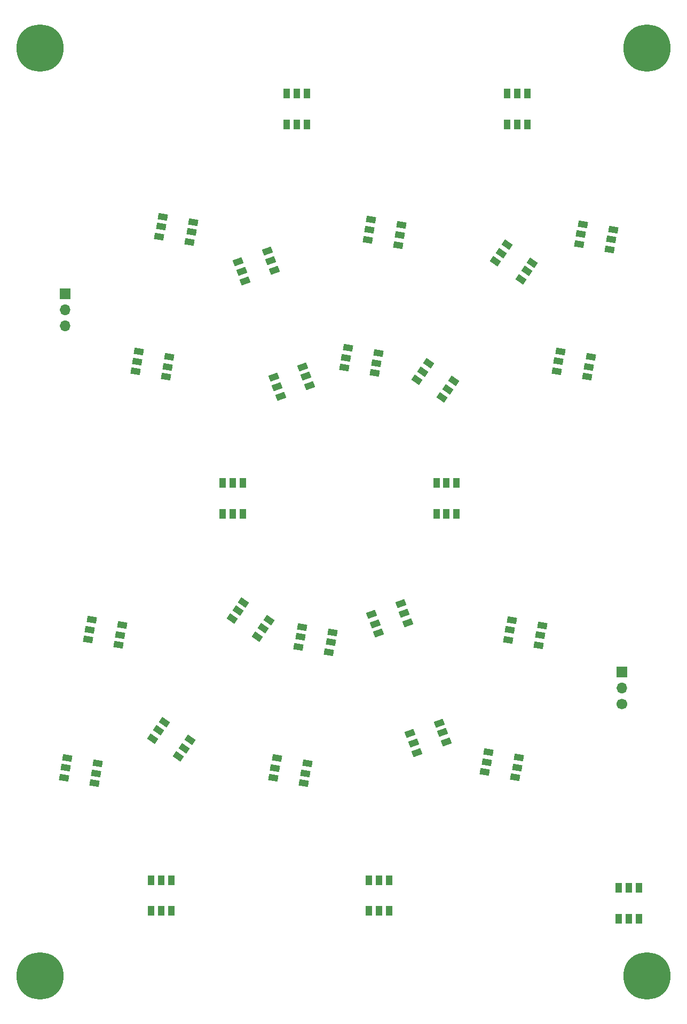
<source format=gts>
G04 #@! TF.GenerationSoftware,KiCad,Pcbnew,7.0.2*
G04 #@! TF.CreationDate,2023-12-05T14:33:53-06:00*
G04 #@! TF.ProjectId,SixteenSegClock-Main,53697874-6565-46e5-9365-67436c6f636b,A*
G04 #@! TF.SameCoordinates,PX9fcafb8PYcb70528*
G04 #@! TF.FileFunction,Soldermask,Top*
G04 #@! TF.FilePolarity,Negative*
%FSLAX46Y46*%
G04 Gerber Fmt 4.6, Leading zero omitted, Abs format (unit mm)*
G04 Created by KiCad (PCBNEW 7.0.2) date 2023-12-05 14:33:53*
%MOMM*%
%LPD*%
G01*
G04 APERTURE LIST*
G04 Aperture macros list*
%AMRotRect*
0 Rectangle, with rotation*
0 The origin of the aperture is its center*
0 $1 length*
0 $2 width*
0 $3 Rotation angle, in degrees counterclockwise*
0 Add horizontal line*
21,1,$1,$2,0,0,$3*%
G04 Aperture macros list end*
%ADD10RotRect,1.500000X1.000000X350.000000*%
%ADD11RotRect,1.500000X1.000000X20.000000*%
%ADD12R,1.000000X1.500000*%
%ADD13C,7.500000*%
%ADD14RotRect,1.500000X1.000000X325.000000*%
%ADD15R,1.700000X1.700000*%
%ADD16O,1.700000X1.700000*%
%ADD17C,1.700000*%
G04 APERTURE END LIST*
D10*
X33300477Y128495409D03*
X33022640Y126919717D03*
X32744803Y125344025D03*
X27919245Y126194901D03*
X28197082Y127770593D03*
X28474919Y129346285D03*
D11*
X66205015Y68010490D03*
X66752247Y66506981D03*
X67299479Y65003473D03*
X62694985Y63327574D03*
X62147753Y64831083D03*
X61600521Y66334591D03*
D12*
X51303886Y143979000D03*
X49703886Y143979000D03*
X48103886Y143979000D03*
X48103886Y148879000D03*
X49703886Y148879000D03*
X51303886Y148879000D03*
D11*
X72305015Y49081548D03*
X72852247Y47578039D03*
X73399479Y46074531D03*
X68794985Y44398632D03*
X68247753Y45902141D03*
X67700521Y47405649D03*
D13*
X105294000Y156095000D03*
D14*
X74624645Y103296223D03*
X73706923Y101985580D03*
X72789200Y100674936D03*
X68775355Y103485461D03*
X69693077Y104796104D03*
X70610800Y106106748D03*
D11*
X45033987Y123862178D03*
X45581219Y122358669D03*
X46128451Y120855161D03*
X41523957Y119179262D03*
X40976725Y120682771D03*
X40429493Y122186279D03*
D14*
X45299645Y65412116D03*
X44381923Y64101473D03*
X43464200Y62790829D03*
X39450355Y65601354D03*
X40368077Y66911997D03*
X41285800Y68222641D03*
D10*
X99905172Y127312993D03*
X99627335Y125737301D03*
X99349498Y124161609D03*
X94523940Y125012485D03*
X94801777Y126588177D03*
X95079614Y128163869D03*
D12*
X61162935Y24187000D03*
X62762935Y24187000D03*
X64362935Y24187000D03*
X64362935Y19287000D03*
X62762935Y19287000D03*
X61162935Y19287000D03*
D10*
X88638839Y64555629D03*
X88361002Y62979937D03*
X88083165Y61404245D03*
X83257607Y62255121D03*
X83535444Y63830813D03*
X83813281Y65406505D03*
D13*
X8994000Y8995000D03*
X8994000Y156095000D03*
D10*
X29500477Y107114344D03*
X29222640Y105538652D03*
X28944803Y103962960D03*
X24119245Y104813836D03*
X24397082Y106389528D03*
X24674919Y107965220D03*
X51390616Y42674468D03*
X51112779Y41098776D03*
X50834942Y39523084D03*
X46009384Y40373960D03*
X46287221Y41949652D03*
X46565058Y43525344D03*
D14*
X32749645Y46405381D03*
X31831923Y45094738D03*
X30914200Y43784094D03*
X26900355Y46594619D03*
X27818077Y47905262D03*
X28735800Y49215906D03*
D10*
X62657045Y107716268D03*
X62379208Y106140576D03*
X62101371Y104564884D03*
X57275813Y105415760D03*
X57553650Y106991452D03*
X57831487Y108567144D03*
X18150477Y42705592D03*
X17872640Y41129900D03*
X17594803Y39554208D03*
X12769245Y40405084D03*
X13047082Y41980776D03*
X13324919Y43556468D03*
X96355172Y107134398D03*
X96077335Y105558706D03*
X95799498Y103983014D03*
X90973940Y104833890D03*
X91251777Y106409582D03*
X91529614Y107985274D03*
D12*
X75069121Y82206000D03*
X73469121Y82206000D03*
X71869121Y82206000D03*
X71869121Y87106000D03*
X73469121Y87106000D03*
X75069121Y87106000D03*
X83073190Y148900000D03*
X84673190Y148900000D03*
X86273190Y148900000D03*
X86273190Y144000000D03*
X84673190Y144000000D03*
X83073190Y144000000D03*
D13*
X105294000Y8995000D03*
D12*
X37978621Y87106000D03*
X39578621Y87106000D03*
X41178621Y87106000D03*
X41178621Y82206000D03*
X39578621Y82206000D03*
X37978621Y82206000D03*
D10*
X84938839Y43623216D03*
X84661002Y42047524D03*
X84383165Y40471832D03*
X79557607Y41322708D03*
X79835444Y42898400D03*
X80113281Y44474092D03*
D11*
X50650737Y105546312D03*
X51197969Y104042803D03*
X51745201Y102539295D03*
X47140707Y100863396D03*
X46593475Y102366905D03*
X46046243Y103870413D03*
D12*
X104004997Y18061000D03*
X102404997Y18061000D03*
X100804997Y18061000D03*
X100804997Y22961000D03*
X102404997Y22961000D03*
X104004997Y22961000D03*
X29798165Y19287000D03*
X28198165Y19287000D03*
X26598165Y19287000D03*
X26598165Y24187000D03*
X28198165Y24187000D03*
X29798165Y24187000D03*
D14*
X87096567Y122056545D03*
X86178845Y120745902D03*
X85261122Y119435258D03*
X81247277Y122245783D03*
X82164999Y123556426D03*
X83082722Y124867070D03*
D10*
X55390616Y63476233D03*
X55112779Y61900541D03*
X54834942Y60324849D03*
X50009384Y61175725D03*
X50287221Y62751417D03*
X50565058Y64327109D03*
X22000477Y64627746D03*
X21722640Y63052054D03*
X21444803Y61476362D03*
X16619245Y62327238D03*
X16897082Y63902930D03*
X17174919Y65478622D03*
X66357045Y128004383D03*
X66079208Y126428691D03*
X65801371Y124852999D03*
X60975813Y125703875D03*
X61253650Y127279567D03*
X61531487Y128855259D03*
D15*
X101294000Y57175000D03*
D16*
X101294000Y54635000D03*
D17*
X101294000Y52095000D03*
D16*
X12994000Y112065000D03*
X12994000Y114605000D03*
D15*
X12994000Y117145000D03*
M02*

</source>
